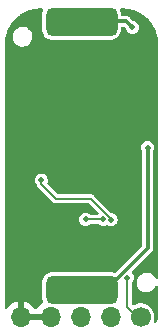
<source format=gbr>
%TF.GenerationSoftware,KiCad,Pcbnew,7.0.6*%
%TF.CreationDate,2023-07-24T21:53:20+02:00*%
%TF.ProjectId,beacon,62656163-6f6e-42e6-9b69-6361645f7063,rev?*%
%TF.SameCoordinates,Original*%
%TF.FileFunction,Copper,L2,Bot*%
%TF.FilePolarity,Positive*%
%FSLAX46Y46*%
G04 Gerber Fmt 4.6, Leading zero omitted, Abs format (unit mm)*
G04 Created by KiCad (PCBNEW 7.0.6) date 2023-07-24 21:53:20*
%MOMM*%
%LPD*%
G01*
G04 APERTURE LIST*
G04 Aperture macros list*
%AMRoundRect*
0 Rectangle with rounded corners*
0 $1 Rounding radius*
0 $2 $3 $4 $5 $6 $7 $8 $9 X,Y pos of 4 corners*
0 Add a 4 corners polygon primitive as box body*
4,1,4,$2,$3,$4,$5,$6,$7,$8,$9,$2,$3,0*
0 Add four circle primitives for the rounded corners*
1,1,$1+$1,$2,$3*
1,1,$1+$1,$4,$5*
1,1,$1+$1,$6,$7*
1,1,$1+$1,$8,$9*
0 Add four rect primitives between the rounded corners*
20,1,$1+$1,$2,$3,$4,$5,0*
20,1,$1+$1,$4,$5,$6,$7,0*
20,1,$1+$1,$6,$7,$8,$9,0*
20,1,$1+$1,$8,$9,$2,$3,0*%
G04 Aperture macros list end*
%TA.AperFunction,ComponentPad*%
%ADD10C,1.700000*%
%TD*%
%TA.AperFunction,ComponentPad*%
%ADD11O,1.700000X1.700000*%
%TD*%
%TA.AperFunction,ConnectorPad*%
%ADD12RoundRect,0.600000X-2.450000X0.600000X-2.450000X-0.600000X2.450000X-0.600000X2.450000X0.600000X0*%
%TD*%
%TA.AperFunction,ConnectorPad*%
%ADD13RoundRect,1.500000X-1.500000X1.500000X-1.500000X-1.500000X1.500000X-1.500000X1.500000X1.500000X0*%
%TD*%
%TA.AperFunction,ViaPad*%
%ADD14C,0.500000*%
%TD*%
%TA.AperFunction,Conductor*%
%ADD15C,0.150000*%
%TD*%
%TA.AperFunction,Conductor*%
%ADD16C,0.300000*%
%TD*%
G04 APERTURE END LIST*
D10*
%TO.P,J1,1,Pin_1*%
%TO.N,/TX*%
X12500000Y875000D03*
D11*
%TO.P,J1,2,Pin_2*%
%TO.N,/RX*%
X9960000Y875000D03*
%TO.P,J1,3,Pin_3*%
%TO.N,/V_EXT*%
X7420000Y875000D03*
%TO.P,J1,4,Pin_4*%
%TO.N,GND*%
X4880000Y875000D03*
%TO.P,J1,5,Pin_5*%
X2340000Y875000D03*
%TD*%
D12*
%TO.P,BT1,1,+*%
%TO.N,+3.3V*%
X7500000Y25850000D03*
X7500000Y3150000D03*
D13*
%TO.P,BT1,2,-*%
%TO.N,GND*%
X7500000Y14500000D03*
%TD*%
D14*
%TO.N,GND*%
X4800000Y23500000D03*
X4800000Y22100000D03*
X9400000Y22800000D03*
X3200000Y19500000D03*
X2300000Y13800000D03*
X7800000Y21300000D03*
X4600000Y19900000D03*
X11300000Y7800000D03*
X9900000Y5400000D03*
X3500000Y16600000D03*
X4200000Y17300000D03*
X8600000Y13300000D03*
X7300000Y7500000D03*
X6700000Y15200000D03*
X2500000Y21200000D03*
X10700000Y15200000D03*
X2600000Y23100000D03*
X3600000Y4900000D03*
X8600000Y11500000D03*
X1900000Y5700000D03*
X5400000Y6800000D03*
X11400000Y9000000D03*
X10500000Y23800000D03*
X6700000Y11500000D03*
X2300000Y18600000D03*
X8600000Y15200000D03*
X10000000Y7500000D03*
X10800000Y17900000D03*
X6700000Y13200000D03*
X10700000Y13200000D03*
X9400000Y23800000D03*
X2300000Y11300000D03*
X10500000Y22800000D03*
X6400000Y7700000D03*
X10700000Y11500000D03*
%TO.N,+3.3V*%
X11800000Y25400000D03*
X9350000Y9150000D03*
X7850000Y9150000D03*
X5900000Y4100000D03*
X13100000Y15200000D03*
%TO.N,/VFBSMPS*%
X10000000Y9100000D03*
X4100000Y12460482D03*
%TO.N,/TX*%
X11388556Y4211444D03*
%TD*%
D15*
%TO.N,+3.3V*%
X7850000Y9150000D02*
X9350000Y9150000D01*
D16*
X13100000Y15200000D02*
X13100000Y6700000D01*
X11300000Y25900000D02*
X7550000Y25900000D01*
X7550000Y25900000D02*
X7500000Y25850000D01*
X9550000Y3150000D02*
X7500000Y3150000D01*
X13100000Y6700000D02*
X9550000Y3150000D01*
X11800000Y25400000D02*
X11300000Y25900000D01*
D15*
X7500000Y3150000D02*
X9650000Y3150000D01*
%TO.N,/VFBSMPS*%
X10000000Y9171752D02*
X8271752Y10900000D01*
X4100000Y12100000D02*
X4100000Y12460482D01*
X8271752Y10900000D02*
X5300000Y10900000D01*
X10000000Y9100000D02*
X10000000Y9171752D01*
X5300000Y10900000D02*
X4100000Y12100000D01*
%TO.N,/TX*%
X12225000Y875000D02*
X12500000Y875000D01*
X11388556Y1711444D02*
X12225000Y875000D01*
X11388556Y4211444D02*
X11388556Y1711444D01*
%TD*%
%TA.AperFunction,Conductor*%
%TO.N,GND*%
G36*
X4184019Y26979815D02*
G01*
X4229774Y26927011D01*
X4239718Y26857853D01*
X4227465Y26819208D01*
X4220254Y26805053D01*
X4204679Y26774486D01*
X4155687Y26591644D01*
X4155687Y26591643D01*
X4149500Y26513024D01*
X4149501Y25186978D01*
X4149501Y25186979D01*
X4155687Y25108357D01*
X4164154Y25076759D01*
X4204680Y24925512D01*
X4207928Y24919138D01*
X4290614Y24756854D01*
X4339859Y24696042D01*
X4409743Y24609743D01*
X4516311Y24523446D01*
X4556853Y24490615D01*
X4640371Y24448062D01*
X4725512Y24404680D01*
X4908355Y24355688D01*
X4939804Y24353213D01*
X4986976Y24349500D01*
X4986978Y24349501D01*
X4986979Y24349500D01*
X8003328Y24349501D01*
X10013021Y24349501D01*
X10039228Y24351564D01*
X10091645Y24355688D01*
X10274488Y24404680D01*
X10403008Y24470165D01*
X10443146Y24490615D01*
X10443147Y24490617D01*
X10443149Y24490617D01*
X10590257Y24609743D01*
X10709383Y24756851D01*
X10795320Y24925512D01*
X10844312Y25108355D01*
X10850500Y25186979D01*
X10850500Y25325501D01*
X10870185Y25392539D01*
X10922989Y25438294D01*
X10974500Y25449500D01*
X11062033Y25449500D01*
X11129072Y25429815D01*
X11149714Y25413182D01*
X11227396Y25335501D01*
X11260881Y25274178D01*
X11262654Y25264009D01*
X11263670Y25256290D01*
X11319137Y25122378D01*
X11319138Y25122376D01*
X11319139Y25122375D01*
X11407379Y25007379D01*
X11522375Y24919139D01*
X11656291Y24863670D01*
X11783280Y24846952D01*
X11799999Y24844750D01*
X11800000Y24844750D01*
X11800001Y24844750D01*
X11814977Y24846722D01*
X11943709Y24863670D01*
X12077625Y24919139D01*
X12192621Y25007379D01*
X12280861Y25122375D01*
X12336330Y25256291D01*
X12355250Y25400000D01*
X12336330Y25543709D01*
X12280861Y25677625D01*
X12192621Y25792621D01*
X12077625Y25880861D01*
X12077624Y25880862D01*
X12077622Y25880863D01*
X11943710Y25936330D01*
X11940002Y25936818D01*
X11935990Y25937347D01*
X11872096Y25965615D01*
X11864499Y25972604D01*
X11638908Y26198195D01*
X11634271Y26203383D01*
X11609878Y26233971D01*
X11560728Y26267481D01*
X11512882Y26302793D01*
X11505297Y26306802D01*
X11497677Y26310471D01*
X11473161Y26318033D01*
X11440822Y26328008D01*
X11420154Y26335240D01*
X11384695Y26347648D01*
X11376326Y26349232D01*
X11367904Y26350500D01*
X11367902Y26350500D01*
X11308426Y26350500D01*
X11248990Y26352725D01*
X11239756Y26351684D01*
X11239662Y26352514D01*
X11224364Y26350500D01*
X10974499Y26350500D01*
X10907460Y26370185D01*
X10861705Y26422989D01*
X10850499Y26474500D01*
X10850499Y26513021D01*
X10844312Y26591644D01*
X10840530Y26605759D01*
X10795320Y26774488D01*
X10772534Y26819207D01*
X10759639Y26887875D01*
X10785916Y26952615D01*
X10843022Y26992872D01*
X10883020Y26999500D01*
X10998378Y26999500D01*
X11001619Y26999416D01*
X11133628Y26992497D01*
X11317027Y26982197D01*
X11323212Y26981535D01*
X11475647Y26957392D01*
X11638194Y26929774D01*
X11643811Y26928547D01*
X11796693Y26887582D01*
X11889122Y26860954D01*
X11951724Y26842918D01*
X11956759Y26841231D01*
X12106183Y26783873D01*
X12254007Y26722642D01*
X12258412Y26720612D01*
X12324180Y26687101D01*
X12401921Y26647489D01*
X12477428Y26605759D01*
X12541480Y26570359D01*
X12545215Y26568118D01*
X12619487Y26519885D01*
X12680872Y26480020D01*
X12768357Y26417947D01*
X12810764Y26387858D01*
X12813886Y26385490D01*
X12938748Y26284379D01*
X12941034Y26282433D01*
X13058721Y26177262D01*
X13061248Y26174872D01*
X13174870Y26061250D01*
X13177260Y26058723D01*
X13282431Y25941036D01*
X13284385Y25938740D01*
X13385480Y25813898D01*
X13387862Y25810757D01*
X13480019Y25680873D01*
X13533758Y25598125D01*
X13568106Y25545233D01*
X13570364Y25541469D01*
X13647488Y25401922D01*
X13720604Y25258425D01*
X13722643Y25254003D01*
X13783877Y25106171D01*
X13841221Y24956783D01*
X13842916Y24951727D01*
X13887579Y24796703D01*
X13928541Y24643829D01*
X13929778Y24638165D01*
X13957394Y24475631D01*
X13981530Y24323241D01*
X13982196Y24317014D01*
X13992506Y24133444D01*
X13999415Y24001623D01*
X13999500Y23998377D01*
X13999500Y4177846D01*
X13979815Y4110807D01*
X13927011Y4065052D01*
X13857853Y4055108D01*
X13794297Y4084133D01*
X13765945Y4119763D01*
X13688118Y4266558D01*
X13571735Y4403574D01*
X13495070Y4461853D01*
X13428618Y4512369D01*
X13428616Y4512370D01*
X13428615Y4512371D01*
X13265457Y4587855D01*
X13089887Y4626500D01*
X12955184Y4626500D01*
X12955182Y4626500D01*
X12821278Y4611937D01*
X12774442Y4596156D01*
X12650915Y4554535D01*
X12650913Y4554535D01*
X12650913Y4554534D01*
X12496876Y4461853D01*
X12366356Y4338219D01*
X12265471Y4189425D01*
X12265470Y4189424D01*
X12198929Y4022417D01*
X12198928Y4022413D01*
X12169845Y3845014D01*
X12169844Y3845011D01*
X12179577Y3665499D01*
X12179578Y3665494D01*
X12227670Y3492282D01*
X12227674Y3492274D01*
X12311881Y3333443D01*
X12428264Y3196427D01*
X12428265Y3196426D01*
X12571382Y3087631D01*
X12734541Y3012146D01*
X12910113Y2973500D01*
X12910116Y2973500D01*
X13044810Y2973500D01*
X13044816Y2973500D01*
X13178721Y2988063D01*
X13349085Y3045465D01*
X13503126Y3138149D01*
X13633642Y3261780D01*
X13734529Y3410577D01*
X13760306Y3475275D01*
X13803407Y3530267D01*
X13869396Y3553228D01*
X13937323Y3536867D01*
X13985622Y3486379D01*
X13999500Y3429378D01*
X13999500Y1002711D01*
X13999264Y997303D01*
X13995523Y954555D01*
X13983082Y828240D01*
X13979454Y808301D01*
X13961601Y741670D01*
X13933318Y648437D01*
X13927040Y632029D01*
X13895614Y564633D01*
X13894101Y561607D01*
X13849236Y477673D01*
X13845342Y471333D01*
X13822939Y439338D01*
X13768363Y395712D01*
X13698864Y388518D01*
X13636509Y420040D01*
X13601095Y480269D01*
X13602096Y544393D01*
X13635756Y662690D01*
X13655429Y875000D01*
X13635756Y1087310D01*
X13577405Y1292389D01*
X13577403Y1292394D01*
X13577403Y1292395D01*
X13482367Y1483254D01*
X13353872Y1653407D01*
X13315782Y1688131D01*
X13196302Y1797052D01*
X13015019Y1909298D01*
X13015017Y1909299D01*
X12915608Y1947810D01*
X12816198Y1986321D01*
X12606610Y2025500D01*
X12393390Y2025500D01*
X12183802Y1986321D01*
X12183799Y1986321D01*
X12183799Y1986320D01*
X11984982Y1909299D01*
X11972562Y1901609D01*
X11953331Y1889702D01*
X11885972Y1871148D01*
X11819273Y1891956D01*
X11774412Y1945522D01*
X11764056Y1995130D01*
X11764056Y3754418D01*
X11783741Y3821457D01*
X11789673Y3829897D01*
X11869417Y3933819D01*
X11924886Y4067735D01*
X11943806Y4211444D01*
X11924886Y4355153D01*
X11869417Y4489069D01*
X11869416Y4489070D01*
X11869416Y4489071D01*
X11786588Y4597013D01*
X11761393Y4662182D01*
X11775431Y4730627D01*
X11797279Y4760178D01*
X13398205Y6361104D01*
X13403373Y6365723D01*
X13433970Y6390121D01*
X13467480Y6439272D01*
X13502793Y6487118D01*
X13502794Y6487121D01*
X13506787Y6494676D01*
X13510470Y6502324D01*
X13510470Y6502325D01*
X13510472Y6502327D01*
X13528007Y6559178D01*
X13547646Y6615301D01*
X13549232Y6623689D01*
X13550500Y6632096D01*
X13550500Y6691574D01*
X13552724Y6751008D01*
X13551684Y6760239D01*
X13552513Y6760333D01*
X13550500Y6775634D01*
X13550500Y14840716D01*
X13570185Y14907755D01*
X13576116Y14916192D01*
X13580861Y14922375D01*
X13636330Y15056291D01*
X13655250Y15200000D01*
X13636330Y15343709D01*
X13580861Y15477625D01*
X13492621Y15592621D01*
X13377625Y15680861D01*
X13377624Y15680862D01*
X13377622Y15680863D01*
X13243712Y15736329D01*
X13243710Y15736330D01*
X13243709Y15736330D01*
X13171854Y15745790D01*
X13100001Y15755250D01*
X13099999Y15755250D01*
X12956291Y15736330D01*
X12956287Y15736329D01*
X12822377Y15680863D01*
X12707379Y15592621D01*
X12619137Y15477623D01*
X12563671Y15343713D01*
X12563670Y15343709D01*
X12544750Y15200001D01*
X12544750Y15200000D01*
X12563670Y15056292D01*
X12563671Y15056288D01*
X12619137Y14922378D01*
X12619138Y14922376D01*
X12619139Y14922375D01*
X12623875Y14916202D01*
X12649070Y14851035D01*
X12649500Y14840716D01*
X12649500Y6937966D01*
X12629815Y6870927D01*
X12613181Y6850285D01*
X10391145Y4628250D01*
X10329822Y4594765D01*
X10271371Y4596156D01*
X10091643Y4644313D01*
X10013024Y4650500D01*
X10013021Y4650500D01*
X5940149Y4650500D01*
X5932054Y4651031D01*
X5907861Y4654216D01*
X5900001Y4655250D01*
X5900000Y4655250D01*
X5867941Y4651031D01*
X5859842Y4650500D01*
X4986978Y4650499D01*
X4986979Y4650499D01*
X4908356Y4644313D01*
X4725512Y4595320D01*
X4556853Y4509386D01*
X4409743Y4390257D01*
X4290614Y4243147D01*
X4204680Y4074488D01*
X4155687Y3891644D01*
X4155687Y3891643D01*
X4149500Y3813024D01*
X4149501Y2486978D01*
X4149501Y2486979D01*
X4155687Y2408357D01*
X4155688Y2408355D01*
X4204680Y2225512D01*
X4214807Y2205636D01*
X4221588Y2192328D01*
X4234484Y2123659D01*
X4208207Y2058919D01*
X4182226Y2034459D01*
X4008926Y1913114D01*
X4008920Y1913109D01*
X3841891Y1746080D01*
X3841890Y1746078D01*
X3711575Y1559969D01*
X3656998Y1516345D01*
X3587499Y1509152D01*
X3525145Y1540674D01*
X3508425Y1559969D01*
X3378109Y1746078D01*
X3378108Y1746080D01*
X3211082Y1913106D01*
X3017578Y2048601D01*
X2803492Y2148430D01*
X2803486Y2148433D01*
X2590000Y2205636D01*
X2590000Y1310502D01*
X2482315Y1359680D01*
X2375763Y1375000D01*
X2304237Y1375000D01*
X2197685Y1359680D01*
X2090000Y1310502D01*
X2090000Y2205636D01*
X2089999Y2205636D01*
X1876513Y2148433D01*
X1876507Y2148430D01*
X1662422Y2048601D01*
X1662420Y2048600D01*
X1468926Y1913114D01*
X1468920Y1913109D01*
X1301891Y1746080D01*
X1301890Y1746078D01*
X1226075Y1637803D01*
X1171498Y1594179D01*
X1101999Y1586986D01*
X1039645Y1618508D01*
X1004231Y1678738D01*
X1000500Y1708927D01*
X1000500Y12460482D01*
X3544750Y12460482D01*
X3563670Y12316774D01*
X3563671Y12316770D01*
X3619138Y12182859D01*
X3619139Y12182856D01*
X3708627Y12066235D01*
X3733300Y12006088D01*
X3735134Y11991373D01*
X3737373Y11983853D01*
X3739934Y11976392D01*
X3739935Y11976390D01*
X3766055Y11928124D01*
X3766055Y11928123D01*
X3790174Y11878789D01*
X3794742Y11872391D01*
X3799582Y11866173D01*
X3839971Y11828991D01*
X4997849Y10671114D01*
X5013977Y10651255D01*
X5019916Y10642164D01*
X5047932Y10620359D01*
X5053693Y10615270D01*
X5056482Y10612481D01*
X5075483Y10598915D01*
X5118810Y10565191D01*
X5118811Y10565191D01*
X5125722Y10561451D01*
X5132800Y10557990D01*
X5185405Y10542330D01*
X5185405Y10542329D01*
X5237340Y10524500D01*
X5237342Y10524500D01*
X5245079Y10523209D01*
X5252909Y10522233D01*
X5252911Y10522232D01*
X5252912Y10522233D01*
X5252913Y10522232D01*
X5307755Y10524500D01*
X8064853Y10524500D01*
X8131892Y10504815D01*
X8152534Y10488181D01*
X8903533Y9737181D01*
X8937018Y9675858D01*
X8932034Y9606166D01*
X8890162Y9550233D01*
X8824698Y9525816D01*
X8815852Y9525500D01*
X8307026Y9525500D01*
X8239987Y9545185D01*
X8231547Y9551118D01*
X8127625Y9630861D01*
X8127624Y9630862D01*
X8127622Y9630863D01*
X7993712Y9686329D01*
X7993710Y9686330D01*
X7993709Y9686330D01*
X7921854Y9695790D01*
X7850001Y9705250D01*
X7849999Y9705250D01*
X7706291Y9686330D01*
X7706287Y9686329D01*
X7572377Y9630863D01*
X7457379Y9542621D01*
X7369137Y9427623D01*
X7313671Y9293713D01*
X7313670Y9293709D01*
X7294750Y9150001D01*
X7294750Y9150000D01*
X7313670Y9006292D01*
X7313671Y9006288D01*
X7369137Y8872378D01*
X7369138Y8872376D01*
X7369139Y8872375D01*
X7457379Y8757379D01*
X7572375Y8669139D01*
X7706291Y8613670D01*
X7833280Y8596952D01*
X7849999Y8594750D01*
X7850000Y8594750D01*
X7850001Y8594750D01*
X7864977Y8596722D01*
X7993709Y8613670D01*
X8127625Y8669139D01*
X8231540Y8748877D01*
X8296709Y8774070D01*
X8307026Y8774500D01*
X8892974Y8774500D01*
X8960013Y8754815D01*
X8968452Y8748883D01*
X9072375Y8669139D01*
X9206291Y8613670D01*
X9333280Y8596952D01*
X9349999Y8594750D01*
X9350000Y8594750D01*
X9350001Y8594750D01*
X9364977Y8596722D01*
X9493709Y8613670D01*
X9580702Y8649704D01*
X9650167Y8657172D01*
X9703636Y8633518D01*
X9722375Y8619139D01*
X9722376Y8619139D01*
X9722377Y8619138D01*
X9767013Y8600650D01*
X9856291Y8563670D01*
X9983280Y8546952D01*
X9999999Y8544750D01*
X10000000Y8544750D01*
X10000001Y8544750D01*
X10014977Y8546722D01*
X10143709Y8563670D01*
X10277625Y8619139D01*
X10392621Y8707379D01*
X10480861Y8822375D01*
X10536330Y8956291D01*
X10555250Y9100000D01*
X10536330Y9243709D01*
X10480861Y9377625D01*
X10392621Y9492621D01*
X10277625Y9580861D01*
X10277624Y9580862D01*
X10277622Y9580863D01*
X10143709Y9636330D01*
X10096476Y9642549D01*
X10032580Y9670817D01*
X10024982Y9677807D01*
X8573901Y11128889D01*
X8557774Y11148748D01*
X8551838Y11157833D01*
X8551835Y11157837D01*
X8523826Y11179637D01*
X8518062Y11184728D01*
X8515267Y11187523D01*
X8496257Y11201094D01*
X8452941Y11234810D01*
X8446026Y11238552D01*
X8438952Y11242010D01*
X8386348Y11257671D01*
X8334410Y11275501D01*
X8326675Y11276792D01*
X8318837Y11277769D01*
X8263996Y11275500D01*
X5506899Y11275500D01*
X5439860Y11295185D01*
X5419218Y11311819D01*
X4629875Y12101163D01*
X4596390Y12162486D01*
X4601374Y12232178D01*
X4602971Y12236237D01*
X4636330Y12316773D01*
X4655250Y12460482D01*
X4636330Y12604191D01*
X4580861Y12738107D01*
X4492621Y12853103D01*
X4377625Y12941343D01*
X4377624Y12941344D01*
X4377622Y12941345D01*
X4243712Y12996811D01*
X4243710Y12996812D01*
X4243709Y12996812D01*
X4171854Y13006272D01*
X4100001Y13015732D01*
X4099999Y13015732D01*
X3956291Y12996812D01*
X3956287Y12996811D01*
X3822377Y12941345D01*
X3707379Y12853103D01*
X3619137Y12738105D01*
X3563671Y12604195D01*
X3563670Y12604191D01*
X3544750Y12460483D01*
X3544750Y12460482D01*
X1000500Y12460482D01*
X1000500Y23998377D01*
X1000585Y24001623D01*
X1007494Y24133444D01*
X1011825Y24210576D01*
X1017803Y24317028D01*
X1018464Y24323211D01*
X1042611Y24475669D01*
X1045151Y24490615D01*
X1070227Y24638204D01*
X1071451Y24643804D01*
X1071774Y24645011D01*
X1669844Y24645011D01*
X1679577Y24465499D01*
X1679578Y24465494D01*
X1727670Y24292282D01*
X1727674Y24292274D01*
X1811881Y24133443D01*
X1925145Y24000099D01*
X1928265Y23996426D01*
X2071382Y23887631D01*
X2234541Y23812146D01*
X2410113Y23773500D01*
X2410116Y23773500D01*
X2544810Y23773500D01*
X2544816Y23773500D01*
X2678721Y23788063D01*
X2849085Y23845465D01*
X3003126Y23938149D01*
X3133642Y24061780D01*
X3234529Y24210577D01*
X3301070Y24377584D01*
X3305513Y24404680D01*
X3330155Y24554990D01*
X3320422Y24734502D01*
X3320421Y24734507D01*
X3272329Y24907719D01*
X3272325Y24907727D01*
X3188118Y25066558D01*
X3071735Y25203574D01*
X2999580Y25258425D01*
X2928618Y25312369D01*
X2928616Y25312370D01*
X2928615Y25312371D01*
X2765457Y25387855D01*
X2589887Y25426500D01*
X2455184Y25426500D01*
X2455182Y25426500D01*
X2321278Y25411937D01*
X2263707Y25392539D01*
X2150915Y25354535D01*
X2150913Y25354535D01*
X2150913Y25354534D01*
X1996876Y25261853D01*
X1866356Y25138219D01*
X1765471Y24989425D01*
X1765470Y24989424D01*
X1698929Y24822417D01*
X1698928Y24822413D01*
X1669845Y24645014D01*
X1669844Y24645011D01*
X1071774Y24645011D01*
X1112425Y24796721D01*
X1157083Y24951732D01*
X1158764Y24956746D01*
X1216127Y25106185D01*
X1277366Y25254028D01*
X1279379Y25258394D01*
X1352511Y25401922D01*
X1359688Y25414910D01*
X1429655Y25541506D01*
X1431867Y25545192D01*
X1519980Y25680873D01*
X1534130Y25700818D01*
X1612154Y25810780D01*
X1614486Y25813857D01*
X1715655Y25938791D01*
X1717537Y25941002D01*
X1822773Y26058761D01*
X1825092Y26061213D01*
X1938787Y26174908D01*
X1941239Y26177227D01*
X2058998Y26282463D01*
X2061209Y26284345D01*
X2186143Y26385514D01*
X2189220Y26387846D01*
X2319127Y26480020D01*
X2329046Y26486463D01*
X2454808Y26568133D01*
X2458494Y26570345D01*
X2598078Y26647489D01*
X2610063Y26653597D01*
X2741606Y26720621D01*
X2745972Y26722634D01*
X2893815Y26783873D01*
X3043254Y26841236D01*
X3048268Y26842917D01*
X3203279Y26887575D01*
X3356196Y26928549D01*
X3361796Y26929773D01*
X3524284Y26957382D01*
X3676791Y26981536D01*
X3682968Y26982197D01*
X3866566Y26992507D01*
X3998380Y26999416D01*
X4001622Y26999500D01*
X4116980Y26999500D01*
X4184019Y26979815D01*
G37*
%TD.AperFunction*%
%TA.AperFunction,Conductor*%
G36*
X4420507Y1084844D02*
G01*
X4380000Y946889D01*
X4380000Y803111D01*
X4420507Y665156D01*
X4446314Y625000D01*
X2773686Y625000D01*
X2799493Y665156D01*
X2840000Y803111D01*
X2840000Y946889D01*
X2799493Y1084844D01*
X2773686Y1125000D01*
X4446314Y1125000D01*
X4420507Y1084844D01*
G37*
%TD.AperFunction*%
%TD*%
M02*

</source>
